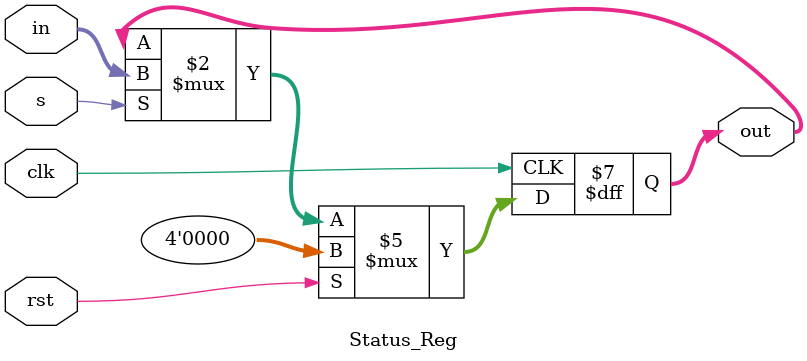
<source format=v>
`timescale 1ps/1ps
module Status_Reg(input clk,input rst,input s,input [3:0]in,output reg [3:0]out);
	
	always@(negedge clk)
	begin
		if(rst)
            out <= {4'b0};
		else if(s)
            out <= in;
	end
	
endmodule


</source>
